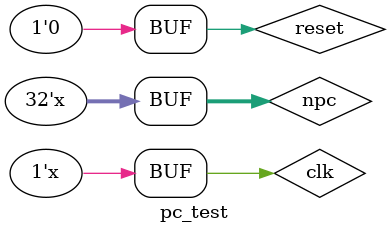
<source format=v>
`timescale 1ns / 1ps


module pc_test;

	// Inputs
	reg clk;
	reg reset;
	reg [31:0] npc;

	// Outputs
	wire [31:0] pc;

	// Instantiate the Unit Under Test (UUT)
	pc uut (
		.clk(clk), 
		.reset(reset), 
		.npc(npc), 
		.pc(pc)
	);

	initial begin
		// Initialize Inputs
		clk = 0;
		reset = 1;
		npc = 0;
		
		#10 reset = 0;
	end
	
	always #5 clk = ~clk;
	
	always #10 npc = npc + 1;
      
endmodule


</source>
